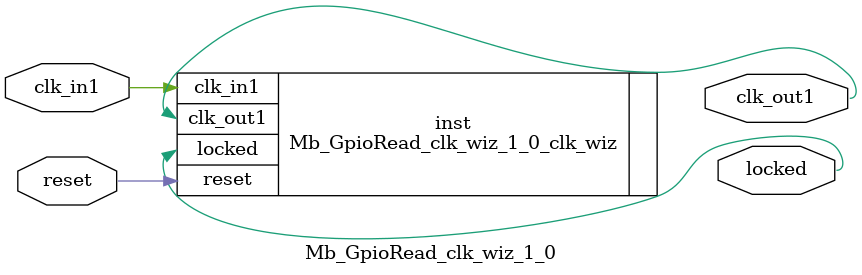
<source format=v>


`timescale 1ps/1ps

(* CORE_GENERATION_INFO = "Mb_GpioRead_clk_wiz_1_0,clk_wiz_v5_3_3_0,{component_name=Mb_GpioRead_clk_wiz_1_0,use_phase_alignment=true,use_min_o_jitter=false,use_max_i_jitter=false,use_dyn_phase_shift=false,use_inclk_switchover=false,use_dyn_reconfig=false,enable_axi=0,feedback_source=FDBK_AUTO,PRIMITIVE=MMCM,num_out_clk=1,clkin1_period=10.0,clkin2_period=10.0,use_power_down=false,use_reset=true,use_locked=true,use_inclk_stopped=false,feedback_type=SINGLE,CLOCK_MGR_TYPE=NA,manual_override=false}" *)

module Mb_GpioRead_clk_wiz_1_0 
 (
  // Clock out ports
  output        clk_out1,
  // Status and control signals
  input         reset,
  output        locked,
 // Clock in ports
  input         clk_in1
 );

  Mb_GpioRead_clk_wiz_1_0_clk_wiz inst
  (
  // Clock out ports  
  .clk_out1(clk_out1),
  // Status and control signals               
  .reset(reset), 
  .locked(locked),
 // Clock in ports
  .clk_in1(clk_in1)
  );

endmodule

</source>
